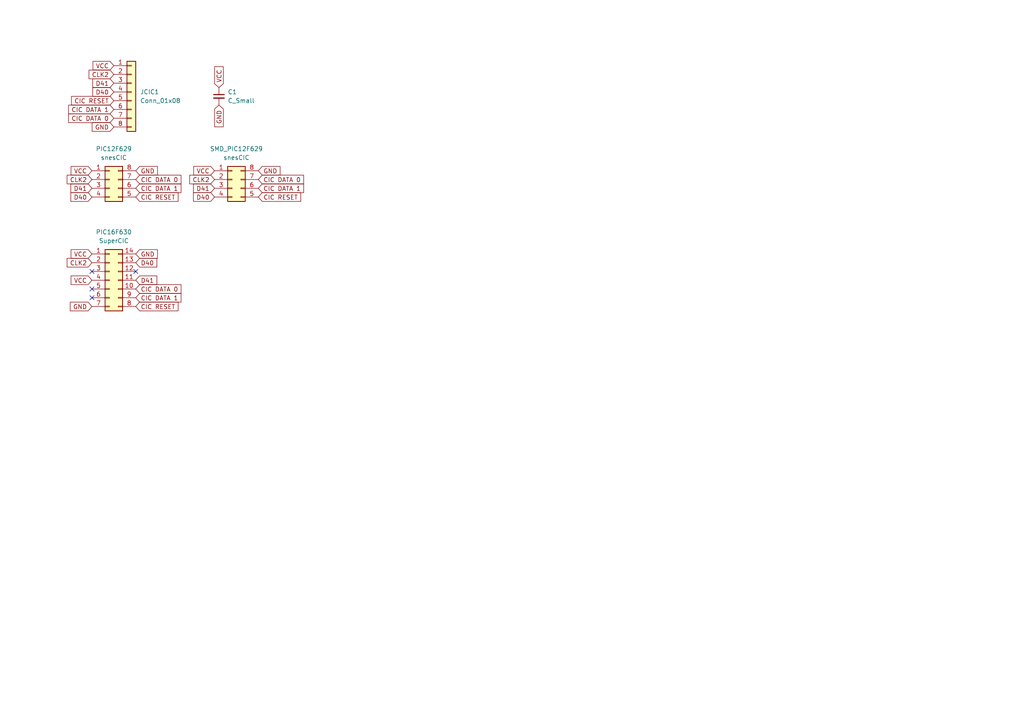
<source format=kicad_sch>
(kicad_sch (version 20211123) (generator eeschema)
  (paper "A4")
  (title_block (title "SNESPIC ADAPTER") (date "2022-07-12") (rev "V1"))
  (lib_symbols
    (symbol "Connector_Generic:Conn_01x08" (pin_names (offset 1.016) hide)
      (property "Reference" "J" (at 0 10.16 0))
      (property "Value" "Conn_01x08" (at 0 -12.7 0))
      (symbol "Conn_01x08_1_1"
        (rectangle (start -1.27 -10.033) (end 0 -10.287) (stroke (width 0.1524)))
        (rectangle (start -1.27 -7.493) (end 0 -7.747) (stroke (width 0.1524)))
        (rectangle (start -1.27 -4.953) (end 0 -5.207) (stroke (width 0.1524)))
        (rectangle (start -1.27 -2.413) (end 0 -2.667) (stroke (width 0.1524)))
        (rectangle (start -1.27 0.127) (end 0 -0.127) (stroke (width 0.1524)))
        (rectangle (start -1.27 2.667) (end 0 2.413) (stroke (width 0.1524)))
        (rectangle (start -1.27 5.207) (end 0 4.953) (stroke (width 0.1524)))
        (rectangle (start -1.27 7.747) (end 0 7.493) (stroke (width 0.1524)))
        (rectangle (start -1.27 8.89) (end 1.27 -11.43) (stroke (width 0.254)) (fill (type background)))
        (pin passive line (at -5.08 7.62 0) (length 3.81) (name "Pin_1") (number "1"))
        (pin passive line (at -5.08 5.08 0) (length 3.81) (name "Pin_2") (number "2"))
        (pin passive line (at -5.08 2.54 0) (length 3.81) (name "Pin_3") (number "3"))
        (pin passive line (at -5.08 0 0) (length 3.81) (name "Pin_4") (number "4"))
        (pin passive line (at -5.08 -2.54 0) (length 3.81) (name "Pin_5") (number "5"))
        (pin passive line (at -5.08 -5.08 0) (length 3.81) (name "Pin_6") (number "6"))
        (pin passive line (at -5.08 -7.62 0) (length 3.81) (name "Pin_7") (number "7"))
        (pin passive line (at -5.08 -10.16 0) (length 3.81) (name "Pin_8") (number "8"))
      )
    )
    (symbol "Connector_Generic:Conn_02x04_Counter_Clockwise" (pin_names (offset 1.016) hide)
      (property "Reference" "J" (at 1.27 5.08 0))
      (property "Value" "Conn_02x04_Counter_Clockwise" (at 1.27 -7.62 0))
      (symbol "Conn_02x04_Counter_Clockwise_1_1"
        (rectangle (start -1.27 -4.953) (end 0 -5.207) (stroke (width 0.1524)))
        (rectangle (start -1.27 -2.413) (end 0 -2.667) (stroke (width 0.1524)))
        (rectangle (start -1.27 0.127) (end 0 -0.127) (stroke (width 0.1524)))
        (rectangle (start -1.27 2.667) (end 0 2.413) (stroke (width 0.1524)))
        (rectangle (start -1.27 3.81) (end 3.81 -6.35) (stroke (width 0.254)) (fill (type background)))
        (rectangle (start 3.81 -4.953) (end 2.54 -5.207) (stroke (width 0.1524)))
        (rectangle (start 3.81 -2.413) (end 2.54 -2.667) (stroke (width 0.1524)))
        (rectangle (start 3.81 0.127) (end 2.54 -0.127) (stroke (width 0.1524)))
        (rectangle (start 3.81 2.667) (end 2.54 2.413) (stroke (width 0.1524)))
        (pin passive line (at -5.08 2.54 0) (length 3.81) (name "Pin_1") (number "1"))
        (pin passive line (at -5.08 0 0) (length 3.81) (name "Pin_2") (number "2"))
        (pin passive line (at -5.08 -2.54 0) (length 3.81) (name "Pin_3") (number "3"))
        (pin passive line (at -5.08 -5.08 0) (length 3.81) (name "Pin_4") (number "4"))
        (pin passive line (at 7.62 -5.08 180) (length 3.81) (name "Pin_5") (number "5"))
        (pin passive line (at 7.62 -2.54 180) (length 3.81) (name "Pin_6") (number "6"))
        (pin passive line (at 7.62 0 180) (length 3.81) (name "Pin_7") (number "7"))
        (pin passive line (at 7.62 2.54 180) (length 3.81) (name "Pin_8") (number "8"))
      )
    )
    (symbol "Connector_Generic:Conn_02x07_Counter_Clockwise" (pin_names (offset 1.016) hide)
      (property "Reference" "J" (at 1.27 10.16 0))
      (property "Value" "Conn_02x07_Counter_Clockwise" (at 1.27 -10.16 0))
      (symbol "Conn_02x07_Counter_Clockwise_1_1"
        (rectangle (start -1.27 -7.493) (end 0 -7.747) (stroke (width 0.1524)))
        (rectangle (start -1.27 -4.953) (end 0 -5.207) (stroke (width 0.1524)))
        (rectangle (start -1.27 -2.413) (end 0 -2.667) (stroke (width 0.1524)))
        (rectangle (start -1.27 0.127) (end 0 -0.127) (stroke (width 0.1524)))
        (rectangle (start -1.27 2.667) (end 0 2.413) (stroke (width 0.1524)))
        (rectangle (start -1.27 5.207) (end 0 4.953) (stroke (width 0.1524)))
        (rectangle (start -1.27 7.747) (end 0 7.493) (stroke (width 0.1524)))
        (rectangle (start -1.27 8.89) (end 3.81 -8.89) (stroke (width 0.254)) (fill (type background)))
        (rectangle (start 3.81 -7.493) (end 2.54 -7.747) (stroke (width 0.1524)))
        (rectangle (start 3.81 -4.953) (end 2.54 -5.207) (stroke (width 0.1524)))
        (rectangle (start 3.81 -2.413) (end 2.54 -2.667) (stroke (width 0.1524)))
        (rectangle (start 3.81 0.127) (end 2.54 -0.127) (stroke (width 0.1524)))
        (rectangle (start 3.81 2.667) (end 2.54 2.413) (stroke (width 0.1524)))
        (rectangle (start 3.81 5.207) (end 2.54 4.953) (stroke (width 0.1524)))
        (rectangle (start 3.81 7.747) (end 2.54 7.493) (stroke (width 0.1524)))
        (pin passive line (at -5.08 7.62 0) (length 3.81) (name "Pin_1") (number "1"))
        (pin passive line (at 7.62 -2.54 180) (length 3.81) (name "Pin_10") (number "10"))
        (pin passive line (at 7.62 0 180) (length 3.81) (name "Pin_11") (number "11"))
        (pin passive line (at 7.62 2.54 180) (length 3.81) (name "Pin_12") (number "12"))
        (pin passive line (at 7.62 5.08 180) (length 3.81) (name "Pin_13") (number "13"))
        (pin passive line (at 7.62 7.62 180) (length 3.81) (name "Pin_14") (number "14"))
        (pin passive line (at -5.08 5.08 0) (length 3.81) (name "Pin_2") (number "2"))
        (pin passive line (at -5.08 2.54 0) (length 3.81) (name "Pin_3") (number "3"))
        (pin passive line (at -5.08 0 0) (length 3.81) (name "Pin_4") (number "4"))
        (pin passive line (at -5.08 -2.54 0) (length 3.81) (name "Pin_5") (number "5"))
        (pin passive line (at -5.08 -5.08 0) (length 3.81) (name "Pin_6") (number "6"))
        (pin passive line (at -5.08 -7.62 0) (length 3.81) (name "Pin_7") (number "7"))
        (pin passive line (at 7.62 -7.62 180) (length 3.81) (name "Pin_8") (number "8"))
        (pin passive line (at 7.62 -5.08 180) (length 3.81) (name "Pin_9") (number "9"))
      )
    )
    (symbol "Device:C_Small" (pin_numbers hide) (pin_names (offset 0.254) hide)
      (property "Reference" "C" (at 0.254 1.778 0))
      (property "Value" "C_Small" (at 0.254 -2.032 0))
      (symbol "C_Small_0_1"
        (polyline (pts (xy -1.524 -0.508) (xy 1.524 -0.508)) (stroke (width 0.3302)))
        (polyline (pts (xy -1.524 0.508) (xy 1.524 0.508)) (stroke (width 0.3048)))
      )
      (symbol "C_Small_1_1"
        (pin passive line (at 0 2.54 270) (length 2.032) (name "~") (number "1"))
        (pin passive line (at 0 -2.54 90) (length 2.032) (name "~") (number "2"))
      )
    )
  )
  (no_connect (at 26.67 78.74))
  (no_connect (at 26.67 83.82))
  (no_connect (at 26.67 86.36))
  (no_connect (at 39.37 78.74))
  (global_label "D41" (shape input) (at 26.67 54.61 180) (property "Intersheet References" "${INTERSHEET_REFS}" (effects hide)))
  (global_label "CIC DATA 1" (shape input) (at 39.37 54.61 0) (property "Intersheet References" "${INTERSHEET_REFS}" (effects hide)))
  (global_label "GND" (shape input) (at 39.37 49.53 0) (property "Intersheet References" "${INTERSHEET_REFS}" (effects hide)))
  (global_label "CLK2" (shape input) (at 26.67 52.07 180) (property "Intersheet References" "${INTERSHEET_REFS}" (effects hide)))
  (global_label "GND" (shape input) (at 74.93 49.53 0) (property "Intersheet References" "${INTERSHEET_REFS}" (effects hide)))
  (global_label "D40" (shape input) (at 62.23 57.15 180) (property "Intersheet References" "${INTERSHEET_REFS}" (effects hide)))
  (global_label "VCC" (shape input) (at 63.5 25.4 90) (property "Intersheet References" "${INTERSHEET_REFS}" (effects hide)))
  (global_label "CIC RESET" (shape input) (at 33.02 29.21 180) (property "Intersheet References" "${INTERSHEET_REFS}" (effects hide)))
  (global_label "CIC DATA 0" (shape input) (at 33.02 34.29 180) (property "Intersheet References" "${INTERSHEET_REFS}" (effects hide)))
  (global_label "CIC DATA 1" (shape input) (at 33.02 31.75 180) (property "Intersheet References" "${INTERSHEET_REFS}" (effects hide)))
  (global_label "VCC" (shape input) (at 33.02 19.05 180) (property "Intersheet References" "${INTERSHEET_REFS}" (effects hide)))
  (global_label "GND" (shape input) (at 63.5 30.48 270) (property "Intersheet References" "${INTERSHEET_REFS}" (effects hide)))
  (global_label "VCC" (shape input) (at 26.67 49.53 180) (property "Intersheet References" "${INTERSHEET_REFS}" (effects hide)))
  (global_label "CLK2" (shape input) (at 26.67 76.2 180) (property "Intersheet References" "${INTERSHEET_REFS}" (effects hide)))
  (global_label "GND" (shape input) (at 26.67 88.9 180) (property "Intersheet References" "${INTERSHEET_REFS}" (effects hide)))
  (global_label "CIC DATA 0" (shape input) (at 39.37 83.82 0) (property "Intersheet References" "${INTERSHEET_REFS}" (effects hide)))
  (global_label "CLK2" (shape input) (at 33.02 21.59 180) (property "Intersheet References" "${INTERSHEET_REFS}" (effects hide)))
  (global_label "GND" (shape input) (at 33.02 36.83 180) (property "Intersheet References" "${INTERSHEET_REFS}" (effects hide)))
  (global_label "CIC DATA 1" (shape input) (at 74.93 54.61 0) (property "Intersheet References" "${INTERSHEET_REFS}" (effects hide)))
  (global_label "CIC DATA 0" (shape input) (at 74.93 52.07 0) (property "Intersheet References" "${INTERSHEET_REFS}" (effects hide)))
  (global_label "VCC" (shape input) (at 62.23 49.53 180) (property "Intersheet References" "${INTERSHEET_REFS}" (effects hide)))
  (global_label "CIC RESET" (shape input) (at 74.93 57.15 0) (property "Intersheet References" "${INTERSHEET_REFS}" (effects hide)))
  (global_label "D41" (shape input) (at 62.23 54.61 180) (property "Intersheet References" "${INTERSHEET_REFS}" (effects hide)))
  (global_label "D41" (shape input) (at 33.02 24.13 180) (property "Intersheet References" "${INTERSHEET_REFS}" (effects hide)))
  (global_label "VCC" (shape input) (at 26.67 81.28 180) (property "Intersheet References" "${INTERSHEET_REFS}" (effects hide)))
  (global_label "CLK2" (shape input) (at 62.23 52.07 180) (property "Intersheet References" "${INTERSHEET_REFS}" (effects hide)))
  (global_label "D40" (shape input) (at 39.37 76.2 0) (property "Intersheet References" "${INTERSHEET_REFS}" (effects hide)))
  (global_label "CIC DATA 1" (shape input) (at 39.37 86.36 0) (property "Intersheet References" "${INTERSHEET_REFS}" (effects hide)))
  (global_label "D40" (shape input) (at 26.67 57.15 180) (property "Intersheet References" "${INTERSHEET_REFS}" (effects hide)))
  (global_label "VCC" (shape input) (at 26.67 73.66 180) (property "Intersheet References" "${INTERSHEET_REFS}" (effects hide)))
  (global_label "D40" (shape input) (at 33.02 26.67 180) (property "Intersheet References" "${INTERSHEET_REFS}" (effects hide)))
  (global_label "CIC RESET" (shape input) (at 39.37 57.15 0) (property "Intersheet References" "${INTERSHEET_REFS}" (effects hide)))
  (global_label "GND" (shape input) (at 39.37 73.66 0) (property "Intersheet References" "${INTERSHEET_REFS}" (effects hide)))
  (global_label "D41" (shape input) (at 39.37 81.28 0) (property "Intersheet References" "${INTERSHEET_REFS}" (effects hide)))
  (global_label "CIC RESET" (shape input) (at 39.37 88.9 0) (property "Intersheet References" "${INTERSHEET_REFS}" (effects hide)))
  (global_label "CIC DATA 0" (shape input) (at 39.37 52.07 0) (property "Intersheet References" "${INTERSHEET_REFS}" (effects hide)))
  (symbol (lib_id "Connector_Generic:Conn_02x04_Counter_Clockwise") (at 31.75 52.07 0) (unit 1)
    (property "Reference" "PIC12F629" (at 33.02 43.18 0))
    (property "Value" "snesCIC" (at 33.02 45.72 0))
  )
  (symbol (lib_id "Connector_Generic:Conn_01x08") (at 38.1 26.67 0) (unit 1)
    (property "Reference" "JCIC1" (at 40.64 26.6699 0) (effects (justify left)))
    (property "Value" "Conn_01x08" (at 40.64 29.2099 0) (effects (justify left)))
  )
  (symbol (lib_id "Device:C_Small") (at 63.5 27.94 0) (unit 1)
    (property "Reference" "C1" (at 66.04 26.6762 0) (effects (justify left)))
    (property "Value" "C_Small" (at 66.04 29.2162 0) (effects (justify left)))
  )
  (symbol (lib_id "Connector_Generic:Conn_02x07_Counter_Clockwise") (at 31.75 81.28 0) (unit 1)
    (property "Reference" "PIC16F630" (at 33.02 67.31 0))
    (property "Value" "SuperCIC" (at 33.02 69.85 0))
  )
  (symbol (lib_id "Connector_Generic:Conn_02x04_Counter_Clockwise") (at 67.31 52.07 0) (unit 1)
    (property "Reference" "SMD_PIC12F629" (at 68.58 43.18 0))
    (property "Value" "snesCIC" (at 68.58 45.72 0))
  )
)
</source>
